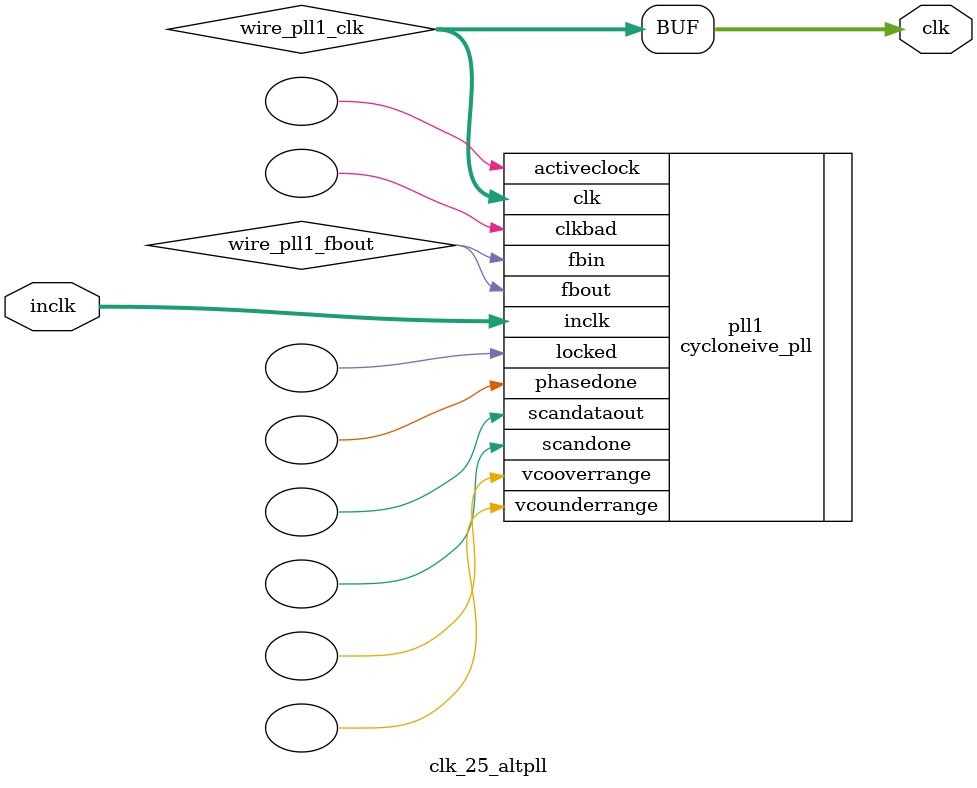
<source format=v>






//synthesis_resources = cycloneive_pll 1 
//synopsys translate_off
`timescale 1 ps / 1 ps
//synopsys translate_on
module  clk_25_altpll
	( 
	clk,
	inclk) /* synthesis synthesis_clearbox=1 */;
	output   [4:0]  clk;
	input   [1:0]  inclk;
`ifndef ALTERA_RESERVED_QIS
// synopsys translate_off
`endif
	tri0   [1:0]  inclk;
`ifndef ALTERA_RESERVED_QIS
// synopsys translate_on
`endif

	wire  [4:0]   wire_pll1_clk;
	wire  wire_pll1_fbout;

	cycloneive_pll   pll1
	( 
	.activeclock(),
	.clk(wire_pll1_clk),
	.clkbad(),
	.fbin(wire_pll1_fbout),
	.fbout(wire_pll1_fbout),
	.inclk(inclk),
	.locked(),
	.phasedone(),
	.scandataout(),
	.scandone(),
	.vcooverrange(),
	.vcounderrange()
	`ifndef FORMAL_VERIFICATION
	// synopsys translate_off
	`endif
	,
	.areset(1'b0),
	.clkswitch(1'b0),
	.configupdate(1'b0),
	.pfdena(1'b1),
	.phasecounterselect({3{1'b0}}),
	.phasestep(1'b0),
	.phaseupdown(1'b0),
	.scanclk(1'b0),
	.scanclkena(1'b1),
	.scandata(1'b0)
	`ifndef FORMAL_VERIFICATION
	// synopsys translate_on
	`endif
	);
	defparam
		pll1.bandwidth_type = "auto",
		pll1.clk0_divide_by = 2,
		pll1.clk0_duty_cycle = 50,
		pll1.clk0_multiply_by = 1,
		pll1.clk0_phase_shift = "0",
		pll1.clk1_divide_by = 2,
		pll1.clk1_duty_cycle = 50,
		pll1.clk1_multiply_by = 1,
		pll1.clk1_phase_shift = "0",
		pll1.clk2_divide_by = 2,
		pll1.clk2_duty_cycle = 50,
		pll1.clk2_multiply_by = 1,
		pll1.clk2_phase_shift = "0",
		pll1.clk3_divide_by = 2,
		pll1.clk3_duty_cycle = 50,
		pll1.clk3_multiply_by = 1,
		pll1.clk3_phase_shift = "0",
		pll1.compensate_clock = "clk0",
		pll1.inclk0_input_frequency = 20000,
		pll1.operation_mode = "source_synchronous",
		pll1.pll_type = "auto",
		pll1.lpm_type = "cycloneive_pll";
	assign
		clk = {wire_pll1_clk[4:0]};
endmodule //clk_25_altpll
//VALID FILE

</source>
